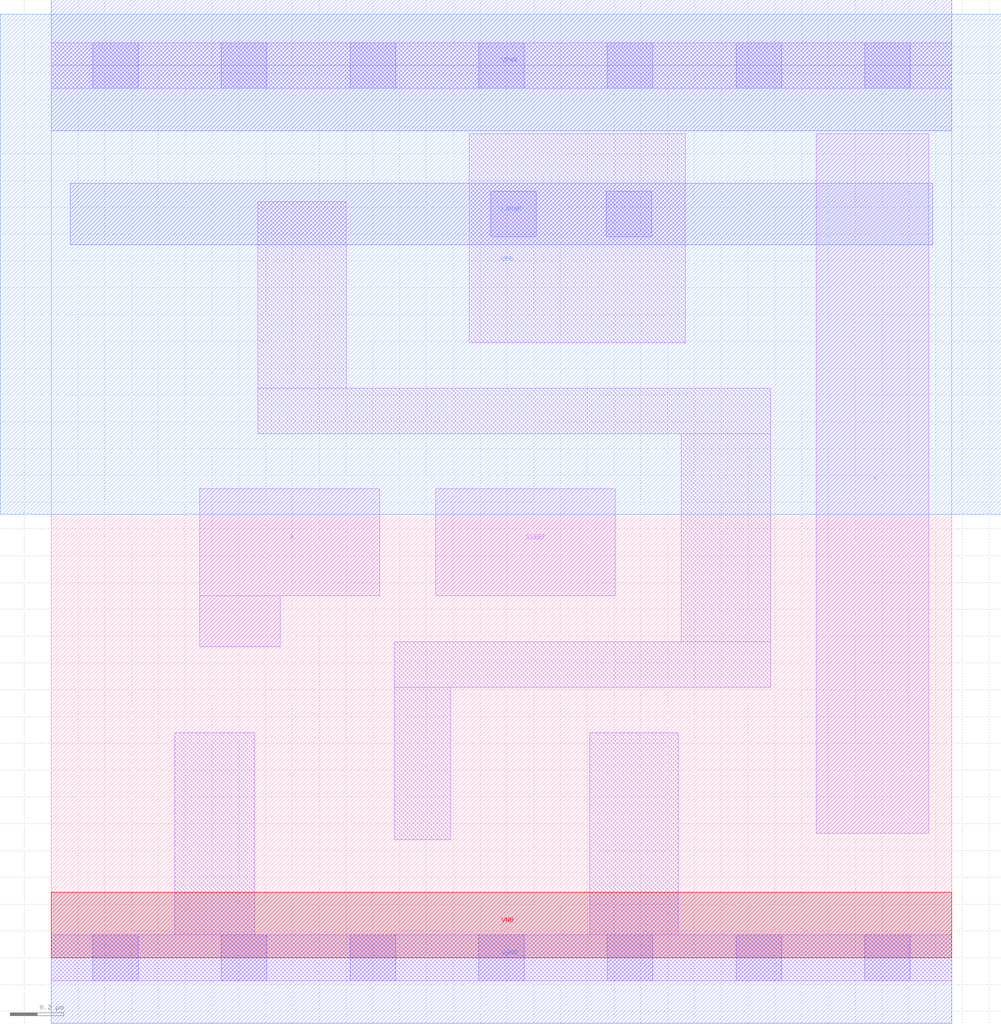
<source format=lef>
# Copyright 2020 The SkyWater PDK Authors
#
# Licensed under the Apache License, Version 2.0 (the "License");
# you may not use this file except in compliance with the License.
# You may obtain a copy of the License at
#
#     https://www.apache.org/licenses/LICENSE-2.0
#
# Unless required by applicable law or agreed to in writing, software
# distributed under the License is distributed on an "AS IS" BASIS,
# WITHOUT WARRANTIES OR CONDITIONS OF ANY KIND, either express or implied.
# See the License for the specific language governing permissions and
# limitations under the License.
#
# SPDX-License-Identifier: Apache-2.0

VERSION 5.7 ;
  NOWIREEXTENSIONATPIN ON ;
  DIVIDERCHAR "/" ;
  BUSBITCHARS "[]" ;
MACRO sky130_fd_sc_lp__iso1p_lp
  CLASS CORE ;
  FOREIGN sky130_fd_sc_lp__iso1p_lp ;
  ORIGIN  0.000000  0.000000 ;
  SIZE  3.360000 BY  3.330000 ;
  SYMMETRY X Y R90 ;
  SITE unit ;
  PIN A
    ANTENNAGATEAREA  0.189000 ;
    DIRECTION INPUT ;
    USE SIGNAL ;
    PORT
      LAYER li1 ;
        RECT 0.555000 1.160000 0.855000 1.350000 ;
        RECT 0.555000 1.350000 1.225000 1.750000 ;
    END
  END A
  PIN SLEEP
    ANTENNAGATEAREA  0.189000 ;
    DIRECTION INPUT ;
    USE SIGNAL ;
    PORT
      LAYER li1 ;
        RECT 1.435000 1.350000 2.105000 1.750000 ;
    END
  END SLEEP
  PIN X
    ANTENNADIFFAREA  0.445200 ;
    DIRECTION OUTPUT ;
    USE SIGNAL ;
    PORT
      LAYER li1 ;
        RECT 2.855000 0.465000 3.275000 3.075000 ;
    END
  END X
  PIN KAPWR
    DIRECTION INOUT ;
    USE POWER ;
    PORT
      LAYER met1 ;
        RECT 0.070000 2.660000 3.290000 2.890000 ;
    END
  END KAPWR
  PIN VGND
    DIRECTION INOUT ;
    USE GROUND ;
    PORT
      LAYER met1 ;
        RECT 0.000000 -0.245000 3.360000 0.245000 ;
    END
  END VGND
  PIN VNB
    DIRECTION INOUT ;
    USE GROUND ;
    PORT
      LAYER pwell ;
        RECT 0.000000 0.000000 3.360000 0.245000 ;
    END
  END VNB
  PIN VPB
    DIRECTION INOUT ;
    USE POWER ;
    PORT
      LAYER nwell ;
        RECT -0.190000 1.655000 3.545000 3.520000 ;
    END
  END VPB
  PIN VPWR
    DIRECTION INOUT ;
    USE POWER ;
    PORT
      LAYER met1 ;
        RECT 0.000000 3.085000 3.360000 3.575000 ;
    END
  END VPWR
  OBS
    LAYER li1 ;
      RECT 0.000000 -0.085000 3.360000 0.085000 ;
      RECT 0.000000  3.245000 3.360000 3.415000 ;
      RECT 0.460000  0.085000 0.760000 0.840000 ;
      RECT 0.770000  1.955000 2.685000 2.125000 ;
      RECT 0.770000  2.125000 1.100000 2.820000 ;
      RECT 1.280000  0.440000 1.490000 1.010000 ;
      RECT 1.280000  1.010000 2.685000 1.180000 ;
      RECT 1.560000  2.295000 2.365000 3.075000 ;
      RECT 2.010000  0.085000 2.340000 0.840000 ;
      RECT 2.350000  1.180000 2.685000 1.955000 ;
    LAYER mcon ;
      RECT 0.155000 -0.085000 0.325000 0.085000 ;
      RECT 0.155000  3.245000 0.325000 3.415000 ;
      RECT 0.635000 -0.085000 0.805000 0.085000 ;
      RECT 0.635000  3.245000 0.805000 3.415000 ;
      RECT 1.115000 -0.085000 1.285000 0.085000 ;
      RECT 1.115000  3.245000 1.285000 3.415000 ;
      RECT 1.595000 -0.085000 1.765000 0.085000 ;
      RECT 1.595000  3.245000 1.765000 3.415000 ;
      RECT 1.640000  2.690000 1.810000 2.860000 ;
      RECT 2.070000  2.690000 2.240000 2.860000 ;
      RECT 2.075000 -0.085000 2.245000 0.085000 ;
      RECT 2.075000  3.245000 2.245000 3.415000 ;
      RECT 2.555000 -0.085000 2.725000 0.085000 ;
      RECT 2.555000  3.245000 2.725000 3.415000 ;
      RECT 3.035000 -0.085000 3.205000 0.085000 ;
      RECT 3.035000  3.245000 3.205000 3.415000 ;
  END
END sky130_fd_sc_lp__iso1p_lp
END LIBRARY

</source>
